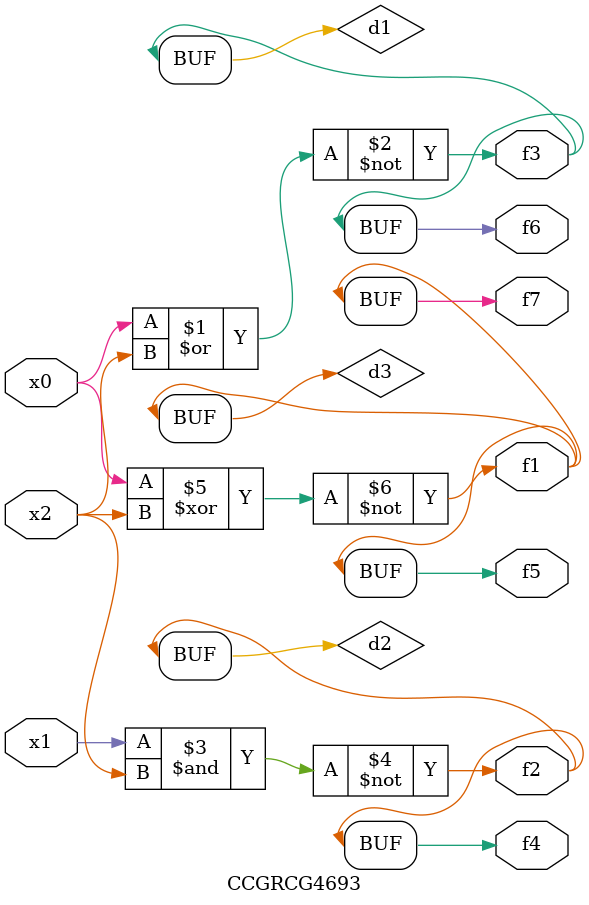
<source format=v>
module CCGRCG4693(
	input x0, x1, x2,
	output f1, f2, f3, f4, f5, f6, f7
);

	wire d1, d2, d3;

	nor (d1, x0, x2);
	nand (d2, x1, x2);
	xnor (d3, x0, x2);
	assign f1 = d3;
	assign f2 = d2;
	assign f3 = d1;
	assign f4 = d2;
	assign f5 = d3;
	assign f6 = d1;
	assign f7 = d3;
endmodule

</source>
